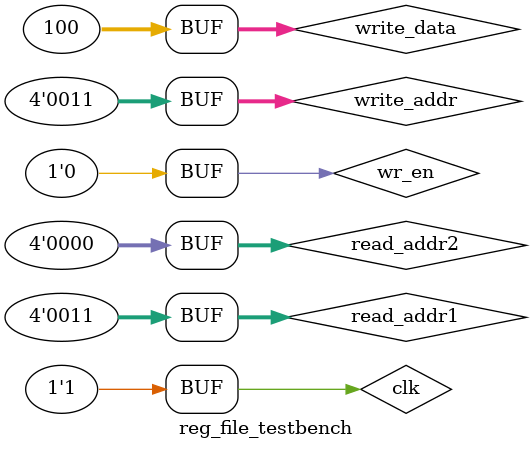
<source format=sv>


module reg_file_testbench();

	logic clk, wr_en;
	logic [31:0] write_data;
	logic [3:0]  write_addr;
	logic [3:0]  read_addr1, read_addr2;
	logic [31:0] read_data1, read_data2;
	
	reg_file dut (clk, wr_en, write_data, write_addr, 
	read_addr1, read_addr2, read_data1, read_data2);
	
	
	
	always 
	
	begin
	clk <= 0; #10; 
	clk <= 1; #10;
	
	end
	
	

	initial begin
	
	wr_en <= 0; write_data <= 10; write_addr <= 1; #20;
	wr_en <= 1; read_addr1 <= 0; read_addr2 <= 1; #20;
	wr_en <= 0; #20;
	wr_en <= 1; write_data <= 13; write_addr <= 3; #20;
	wr_en <= 0; #20;
	wr_en <= 1; write_data <= 4; write_addr <= 0; #20;
	wr_en <= 0; #20;
	read_addr1 <= 3; read_addr2 <= 0; #20;
	wr_en <= 1; write_data <= 100; write_addr <= 3; #20;
	wr_en <= 0; #20;
	
	end

endmodule 
</source>
